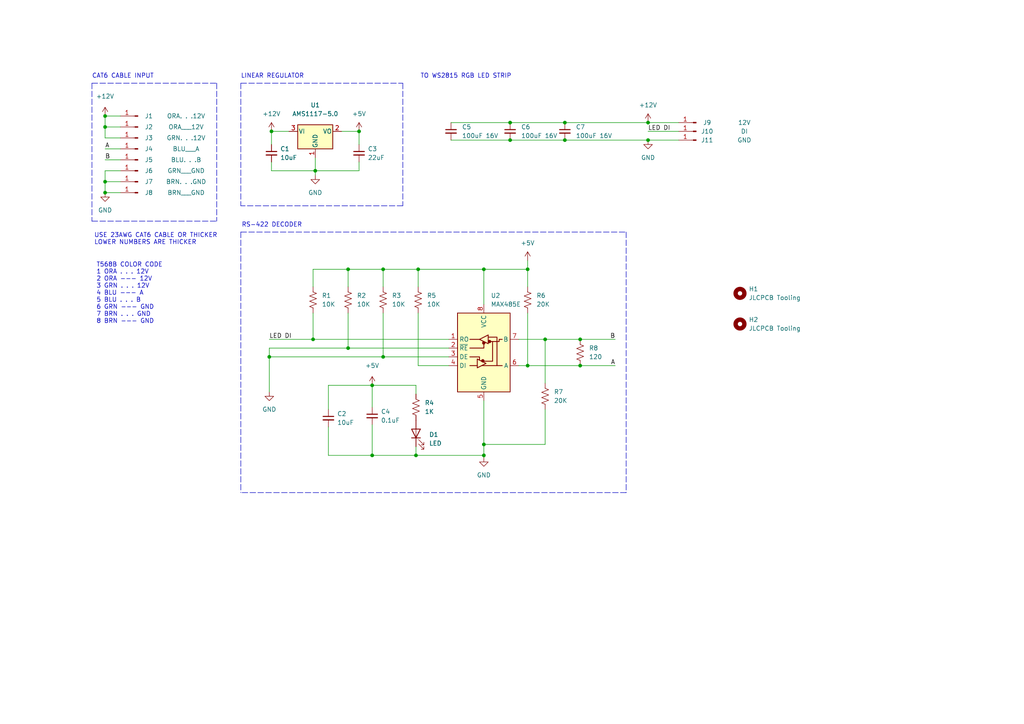
<source format=kicad_sch>
(kicad_sch (version 20211123) (generator eeschema)
  (paper "A4")
  (lib_symbols
    (symbol "Connector:Conn_01x01_Male" (pin_names (offset 1.016) hide)
      (property "Reference" "J" (at 0 2.54 0))
      (property "Value" "Conn_01x01_Male" (at 0 -2.54 0))
      (symbol "Conn_01x01_Male_1_1"
        (polyline (pts (xy 1.27 0) (xy 0.8636 0)) (stroke (width 0.1524)))
        (rectangle (start 0.8636 0.127) (end 0 -0.127) (stroke (width 0.1524)) (fill (type outline)))
        (pin passive line (at 5.08 0 180) (length 3.81) (name "Pin_1") (number "1"))
      )
    )
    (symbol "Device:C_Small" (pin_numbers hide) (pin_names (offset 0.254) hide)
      (property "Reference" "C" (at 0.254 1.778 0))
      (property "Value" "C_Small" (at 0.254 -2.032 0))
      (symbol "C_Small_0_1"
        (polyline (pts (xy -1.524 -0.508) (xy 1.524 -0.508)) (stroke (width 0.3302)))
        (polyline (pts (xy -1.524 0.508) (xy 1.524 0.508)) (stroke (width 0.3048)))
      )
      (symbol "C_Small_1_1"
        (pin passive line (at 0 2.54 270) (length 2.032) (name "~") (number "1"))
        (pin passive line (at 0 -2.54 90) (length 2.032) (name "~") (number "2"))
      )
    )
    (symbol "Device:LED" (pin_numbers hide) (pin_names (offset 1.016) hide)
      (property "Reference" "D" (at 0 2.54 0))
      (property "Value" "LED" (at 0 -2.54 0))
      (symbol "LED_0_1"
        (polyline (pts (xy -1.27 -1.27) (xy -1.27 1.27)) (stroke (width 0.254)))
        (polyline (pts (xy -1.27 0) (xy 1.27 0)))
        (polyline (pts (xy 1.27 -1.27) (xy 1.27 1.27) (xy -1.27 0) (xy 1.27 -1.27)) (stroke (width 0.254)))
        (polyline (pts (xy -3.048 -0.762) (xy -4.572 -2.286) (xy -3.81 -2.286) (xy -4.572 -2.286) (xy -4.572 -1.524)))
        (polyline (pts (xy -1.778 -0.762) (xy -3.302 -2.286) (xy -2.54 -2.286) (xy -3.302 -2.286) (xy -3.302 -1.524)))
      )
      (symbol "LED_1_1"
        (pin passive line (at -3.81 0 0) (length 2.54) (name "K") (number "1"))
        (pin passive line (at 3.81 0 180) (length 2.54) (name "A") (number "2"))
      )
    )
    (symbol "Device:R_US" (pin_numbers hide) (pin_names (offset 0))
      (property "Reference" "R" (at 2.54 0 90))
      (property "Value" "R_US" (at -2.54 0 90))
      (symbol "R_US_0_1"
        (polyline (pts (xy 0 -2.286) (xy 0 -2.54)))
        (polyline (pts (xy 0 2.286) (xy 0 2.54)))
        (polyline (pts (xy 0 -0.762) (xy 1.016 -1.143) (xy 0 -1.524) (xy -1.016 -1.905) (xy 0 -2.286)))
        (polyline (pts (xy 0 0.762) (xy 1.016 0.381) (xy 0 0) (xy -1.016 -0.381) (xy 0 -0.762)))
        (polyline (pts (xy 0 2.286) (xy 1.016 1.905) (xy 0 1.524) (xy -1.016 1.143) (xy 0 0.762)))
      )
      (symbol "R_US_1_1"
        (pin passive line (at 0 3.81 270) (length 1.27) (name "~") (number "1"))
        (pin passive line (at 0 -3.81 90) (length 1.27) (name "~") (number "2"))
      )
    )
    (symbol "Interface_UART:MAX485E"
      (property "Reference" "U" (at -6.096 11.43 0))
      (property "Value" "MAX485E" (at 0.762 11.43 0))
      (symbol "MAX485E_0_1"
        (rectangle (start -7.62 10.16) (end 7.62 -12.7) (stroke (width 0.254)) (fill (type background)))
        (circle (center -0.3048 -3.683) (radius 0.3556) (stroke (width 0.254)) (fill (type outline)))
        (circle (center -0.0254 1.4986) (radius 0.3556) (stroke (width 0.254)) (fill (type outline)))
        (polyline (pts (xy -4.064 -5.08) (xy -1.905 -5.08)) (stroke (width 0.254)))
        (polyline (pts (xy -4.064 2.54) (xy -1.27 2.54)) (stroke (width 0.254)))
        (polyline (pts (xy -1.27 -3.2004) (xy -1.27 -3.4544)) (stroke (width 0.254)))
        (polyline (pts (xy -0.635 -5.08) (xy 5.334 -5.08)) (stroke (width 0.254)))
        (polyline (pts (xy -4.064 -2.54) (xy -1.27 -2.54) (xy -1.27 -3.175)) (stroke (width 0.254)))
        (polyline (pts (xy 0 1.27) (xy 0 0) (xy -4.064 0)) (stroke (width 0.254)))
        (polyline (pts (xy 1.27 3.175) (xy 3.81 3.175) (xy 3.81 -5.08)) (stroke (width 0.254)))
        (polyline (pts (xy 2.54 1.905) (xy 2.54 -3.81) (xy 0 -3.81)) (stroke (width 0.254)))
        (polyline (pts (xy -1.905 -3.175) (xy -1.905 -5.715) (xy 0.635 -4.445) (xy -1.905 -3.175)) (stroke (width 0.254)))
        (polyline (pts (xy -1.27 2.54) (xy 1.27 3.81) (xy 1.27 1.27) (xy -1.27 2.54)) (stroke (width 0.254)))
        (polyline (pts (xy 1.905 1.905) (xy 4.445 1.905) (xy 4.445 2.54) (xy 5.334 2.54)) (stroke (width 0.254)))
        (rectangle (start 1.27 3.175) (end 1.27 3.175))
        (circle (center 1.651 1.905) (radius 0.3556) (stroke (width 0.254)) (fill (type outline)))
      )
      (symbol "MAX485E_1_1"
        (pin output line (at -10.16 2.54 0) (length 2.54) (name "RO") (number "1"))
        (pin input line (at -10.16 0 0) (length 2.54) (name "~{RE}") (number "2"))
        (pin input line (at -10.16 -2.54 0) (length 2.54) (name "DE") (number "3"))
        (pin input line (at -10.16 -5.08 0) (length 2.54) (name "DI") (number "4"))
        (pin power_in line (at 0 -15.24 90) (length 2.54) (name "GND") (number "5"))
        (pin bidirectional line (at 10.16 -5.08 180) (length 2.54) (name "A") (number "6"))
        (pin bidirectional line (at 10.16 2.54 180) (length 2.54) (name "B") (number "7"))
        (pin power_in line (at 0 12.7 270) (length 2.54) (name "VCC") (number "8"))
      )
    )
    (symbol "Mechanical:MountingHole" (pin_names (offset 1.016))
      (property "Reference" "H" (at 0 5.08 0))
      (property "Value" "MountingHole" (at 0 3.175 0))
      (symbol "MountingHole_0_1"
        (circle (center 0 0) (radius 1.27) (stroke (width 1.27)))
      )
    )
    (symbol "Regulator_Linear:AMS1117-5.0" (pin_names (offset 0.254))
      (property "Reference" "U" (at -3.81 3.175 0))
      (property "Value" "AMS1117-5.0" (at 0 3.175 0))
      (symbol "AMS1117-5.0_0_1"
        (rectangle (start -5.08 -5.08) (end 5.08 1.905) (stroke (width 0.254)) (fill (type background)))
      )
      (symbol "AMS1117-5.0_1_1"
        (pin power_in line (at 0 -7.62 90) (length 2.54) (name "GND") (number "1"))
        (pin power_out line (at 7.62 0 180) (length 2.54) (name "VO") (number "2"))
        (pin power_in line (at -7.62 0 0) (length 2.54) (name "VI") (number "3"))
      )
    )
    (symbol "power:+12V" (power) (pin_names (offset 0))
      (property "Value" "+12V" (at 0 3.556 0))
      (symbol "+12V_0_1"
        (polyline (pts (xy -0.762 1.27) (xy 0 2.54)))
        (polyline (pts (xy 0 0) (xy 0 2.54)))
        (polyline (pts (xy 0 2.54) (xy 0.762 1.27)))
      )
      (symbol "+12V_1_1"
        (pin power_in line (at 0 0 90) (length 0) hide (name "+12V") (number "1"))
      )
    )
    (symbol "power:+5V" (power) (pin_names (offset 0))
      (property "Value" "+5V" (at 0 3.556 0))
      (symbol "+5V_0_1"
        (polyline (pts (xy -0.762 1.27) (xy 0 2.54)))
        (polyline (pts (xy 0 0) (xy 0 2.54)))
        (polyline (pts (xy 0 2.54) (xy 0.762 1.27)))
      )
      (symbol "+5V_1_1"
        (pin power_in line (at 0 0 90) (length 0) hide (name "+5V") (number "1"))
      )
    )
    (symbol "power:GND" (power) (pin_names (offset 0))
      (property "Value" "GND" (at 0 -3.81 0))
      (symbol "GND_0_1"
        (polyline (pts (xy 0 0) (xy 0 -1.27) (xy 1.27 -1.27) (xy 0 -2.54) (xy -1.27 -1.27) (xy 0 -1.27)))
      )
      (symbol "GND_1_1"
        (pin power_in line (at 0 0 270) (length 0) hide (name "GND") (number "1"))
      )
    )
  )
  (junction (at 163.83 40.64))
  (junction (at 91.44 49.53))
  (junction (at 153.035 78.105))
  (junction (at 90.805 98.425))
  (junction (at 111.125 103.505))
  (junction (at 120.65 132.08))
  (junction (at 78.74 38.1))
  (junction (at 140.335 78.105))
  (junction (at 30.48 36.83))
  (junction (at 111.125 78.105))
  (junction (at 30.48 55.88))
  (junction (at 121.285 78.105))
  (junction (at 153.035 106.045))
  (junction (at 30.48 33.655))
  (junction (at 147.955 40.64))
  (junction (at 140.335 128.905))
  (junction (at 100.965 78.105))
  (junction (at 78.105 103.505))
  (junction (at 158.115 98.425))
  (junction (at 147.955 35.56))
  (junction (at 100.965 100.965))
  (junction (at 140.335 132.08))
  (junction (at 107.95 111.76))
  (junction (at 104.14 38.1))
  (junction (at 168.275 106.045))
  (junction (at 163.83 35.56))
  (junction (at 107.95 132.08))
  (junction (at 30.48 52.705))
  (junction (at 168.275 98.425))
  (junction (at 187.96 40.64))
  (junction (at 187.96 35.56))
  (wire (pts (xy 30.48 36.83) (xy 30.48 33.655)))
  (wire (pts (xy 158.115 98.425) (xy 158.115 111.125)))
  (wire (pts (xy 30.48 33.655) (xy 34.925 33.655)))
  (wire (pts (xy 34.925 36.83) (xy 30.48 36.83)))
  (wire (pts (xy 78.74 38.1) (xy 78.74 41.91)))
  (wire (pts (xy 111.125 90.805) (xy 111.125 103.505)))
  (wire (pts (xy 34.925 49.53) (xy 30.48 49.53)))
  (polyline (pts (xy 181.61 67.31) (xy 181.61 142.875)))
  (polyline (pts (xy 26.67 64.135) (xy 62.865 64.135)))
  (wire (pts (xy 163.83 35.56) (xy 187.96 35.56)))
  (wire (pts (xy 120.65 111.76) (xy 107.95 111.76)))
  (wire (pts (xy 78.105 100.965) (xy 78.105 103.505)))
  (wire (pts (xy 78.105 103.505) (xy 78.105 113.665)))
  (wire (pts (xy 100.965 78.105) (xy 90.805 78.105)))
  (wire (pts (xy 95.25 132.08) (xy 107.95 132.08)))
  (wire (pts (xy 147.955 40.64) (xy 163.83 40.64)))
  (wire (pts (xy 95.25 111.76) (xy 95.25 118.745)))
  (wire (pts (xy 90.805 78.105) (xy 90.805 83.185)))
  (polyline (pts (xy 69.85 24.13) (xy 116.84 24.13)))
  (wire (pts (xy 158.115 128.905) (xy 140.335 128.905)))
  (wire (pts (xy 34.925 40.005) (xy 30.48 40.005)))
  (wire (pts (xy 30.48 46.355) (xy 34.925 46.355)))
  (wire (pts (xy 30.48 43.18) (xy 34.925 43.18)))
  (wire (pts (xy 100.965 90.805) (xy 100.965 100.965)))
  (wire (pts (xy 140.335 116.205) (xy 140.335 128.905)))
  (wire (pts (xy 78.105 103.505) (xy 111.125 103.505)))
  (wire (pts (xy 91.44 49.53) (xy 91.44 50.8)))
  (wire (pts (xy 120.65 129.54) (xy 120.65 132.08)))
  (wire (pts (xy 158.115 118.745) (xy 158.115 128.905)))
  (polyline (pts (xy 69.85 24.13) (xy 69.85 59.69)))
  (wire (pts (xy 107.95 123.19) (xy 107.95 132.08)))
  (wire (pts (xy 153.035 78.105) (xy 140.335 78.105)))
  (wire (pts (xy 107.95 132.08) (xy 120.65 132.08)))
  (wire (pts (xy 140.335 78.105) (xy 140.335 88.265)))
  (wire (pts (xy 168.275 106.045) (xy 178.435 106.045)))
  (polyline (pts (xy 26.67 24.13) (xy 62.865 24.13)))
  (wire (pts (xy 120.65 114.3) (xy 120.65 111.76)))
  (polyline (pts (xy 26.67 24.13) (xy 26.67 64.135)))
  (wire (pts (xy 121.285 90.805) (xy 121.285 106.045)))
  (wire (pts (xy 30.48 40.005) (xy 30.48 36.83)))
  (wire (pts (xy 140.335 128.905) (xy 140.335 132.08)))
  (wire (pts (xy 153.035 78.105) (xy 153.035 83.185)))
  (wire (pts (xy 100.965 78.105) (xy 100.965 83.185)))
  (wire (pts (xy 95.25 123.825) (xy 95.25 132.08)))
  (wire (pts (xy 78.74 49.53) (xy 91.44 49.53)))
  (wire (pts (xy 99.06 38.1) (xy 104.14 38.1)))
  (wire (pts (xy 100.965 100.965) (xy 78.105 100.965)))
  (wire (pts (xy 104.14 46.99) (xy 104.14 49.53)))
  (wire (pts (xy 150.495 106.045) (xy 153.035 106.045)))
  (polyline (pts (xy 69.85 67.31) (xy 181.61 67.31)))
  (wire (pts (xy 140.335 78.105) (xy 121.285 78.105)))
  (wire (pts (xy 153.035 90.805) (xy 153.035 106.045)))
  (polyline (pts (xy 181.61 142.875) (xy 69.85 142.875)))
  (wire (pts (xy 90.805 90.805) (xy 90.805 98.425)))
  (wire (pts (xy 187.96 40.64) (xy 196.85 40.64)))
  (polyline (pts (xy 116.84 59.69) (xy 69.85 59.69)))
  (wire (pts (xy 107.95 111.76) (xy 95.25 111.76)))
  (wire (pts (xy 130.175 100.965) (xy 100.965 100.965)))
  (wire (pts (xy 90.805 98.425) (xy 130.175 98.425)))
  (wire (pts (xy 187.96 38.1) (xy 196.85 38.1)))
  (polyline (pts (xy 69.85 67.31) (xy 69.85 142.875)))
  (wire (pts (xy 111.125 78.105) (xy 111.125 83.185)))
  (wire (pts (xy 78.105 98.425) (xy 90.805 98.425)))
  (wire (pts (xy 153.035 75.565) (xy 153.035 78.105)))
  (wire (pts (xy 30.48 52.705) (xy 30.48 55.88)))
  (wire (pts (xy 91.44 45.72) (xy 91.44 49.53)))
  (wire (pts (xy 130.81 40.64) (xy 147.955 40.64)))
  (polyline (pts (xy 62.865 24.13) (xy 62.865 64.135)))
  (wire (pts (xy 121.285 78.105) (xy 111.125 78.105)))
  (wire (pts (xy 78.74 49.53) (xy 78.74 46.99)))
  (wire (pts (xy 91.44 49.53) (xy 104.14 49.53)))
  (wire (pts (xy 104.14 38.1) (xy 104.14 41.91)))
  (wire (pts (xy 147.955 35.56) (xy 163.83 35.56)))
  (wire (pts (xy 187.96 35.56) (xy 196.85 35.56)))
  (wire (pts (xy 168.275 98.425) (xy 178.435 98.425)))
  (wire (pts (xy 163.83 40.64) (xy 187.96 40.64)))
  (wire (pts (xy 107.95 111.76) (xy 107.95 118.11)))
  (wire (pts (xy 158.115 98.425) (xy 168.275 98.425)))
  (wire (pts (xy 78.74 38.1) (xy 83.82 38.1)))
  (wire (pts (xy 111.125 103.505) (xy 130.175 103.505)))
  (wire (pts (xy 120.65 132.08) (xy 140.335 132.08)))
  (polyline (pts (xy 116.84 24.13) (xy 116.84 59.69)))
  (wire (pts (xy 111.125 78.105) (xy 100.965 78.105)))
  (wire (pts (xy 30.48 49.53) (xy 30.48 52.705)))
  (wire (pts (xy 140.335 132.08) (xy 140.335 132.715)))
  (wire (pts (xy 121.285 106.045) (xy 130.175 106.045)))
  (wire (pts (xy 130.81 35.56) (xy 147.955 35.56)))
  (wire (pts (xy 153.035 106.045) (xy 168.275 106.045)))
  (wire (pts (xy 34.925 52.705) (xy 30.48 52.705)))
  (wire (pts (xy 121.285 78.105) (xy 121.285 83.185)))
  (wire (pts (xy 150.495 98.425) (xy 158.115 98.425)))
  (wire (pts (xy 30.48 55.88) (xy 34.925 55.88)))
  (text "TO WS2815 RGB LED STRIP" (at 121.92 22.86 0) (effects (font (size 1.27 1.27)) (justify left bottom)))
  (text "CAT6 CABLE INPUT" (at 26.67 22.86 0) (effects (font (size 1.27 1.27)) (justify left bottom)))
  (text "LINEAR REGULATOR" (at 69.85 22.86 0) (effects (font (size 1.27 1.27)) (justify left bottom)))
  (text "T568B COLOR CODE\n1 ORA . . . 12V\n2 ORA --- 12V\n3 GRN . . . 12V\n4 BLU --- A\n5 BLU . . . B\n6 GRN --- GND\n7 BRN . . . GND\n8 BRN --- GND" (at 27.94 93.98 0) (effects (font (size 1.27 1.27)) (justify left bottom)))
  (text "RS-422 DECODER" (at 87.63 66.04 180) (effects (font (size 1.27 1.27)) (justify right bottom)))
  (text "USE 23AWG CAT6 CABLE OR THICKER\nLOWER NUMBERS ARE THICKER" (at 27.305 71.12 0) (effects (font (size 1.27 1.27)) (justify left bottom)))
  (label "B" (at 30.48 46.355 0))
  (label "A" (at 178.435 106.045 180))
  (label "A" (at 30.48 43.18 0))
  (label "LED DI" (at 78.105 98.425 0))
  (label "B" (at 178.435 98.425 180))
  (label "LED DI" (at 187.96 38.1 0))
  (symbol (lib_id "Device:C_Small") (at 130.81 38.1 0) (unit 1)
    (property "Reference" "C5" (at 133.985 36.8362 0) (effects (justify left)))
    (property "Value" "100uF 16V" (at 133.985 39.3762 0) (effects (justify left)))
    (property "Footprint" "Capacitor_SMD:C_1210_3225Metric" (effects hide))
    (property "JLCPCB" "C90143" (effects hide))
  )
  (symbol (lib_id "Regulator_Linear:AMS1117-5.0") (at 91.44 38.1 0) (unit 1)
    (property "Reference" "U1" (at 91.44 30.48 0))
    (property "Value" "AMS1117-5.0" (at 91.44 33.02 0))
    (property "Footprint" "Package_TO_SOT_SMD:SOT-223-3_TabPin2" (effects hide))
    (property "Datasheet" "http://www.advanced-monolithic.com/pdf/ds1117.pdf" (effects hide))
    (property "JLCPCB" "C6187" (effects hide))
  )
  (symbol (lib_id "power:GND") (at 30.48 55.88 0) (unit 1)
    (property "Reference" "#PWR02" (effects hide))
    (property "Value" "GND" (at 30.48 60.96 0))
  )
  (symbol (lib_id "Connector:Conn_01x01_Male") (at 40.005 52.705 180) (unit 1)
    (property "Reference" "J7" (at 43.18 52.705 0))
    (property "Value" "BRN. . .GND" (at 53.975 52.705 0))
    (property "Footprint" "Connector_Wire:SolderWire-0.25sqmm_1x01_D0.65mm_OD1.7mm" (effects hide))
  )
  (symbol (lib_id "Connector:Conn_01x01_Male") (at 40.005 49.53 180) (unit 1)
    (property "Reference" "J6" (at 43.18 49.53 0))
    (property "Value" "GRN___GND" (at 53.975 49.53 0))
    (property "Footprint" "Connector_Wire:SolderWire-0.25sqmm_1x01_D0.65mm_OD1.7mm" (effects hide))
  )
  (symbol (lib_id "Mechanical:MountingHole") (at 214.63 93.98 0) (unit 1)
    (property "Reference" "H2" (at 217.17 92.7099 0) (effects (justify left)))
    (property "Value" "JLCPCB Tooling" (at 217.17 95.2499 0) (effects (justify left)))
    (property "Footprint" "Joels KiCad Footprint Library:JCLPCB_Tooling_Hole" (effects hide))
  )
  (symbol (lib_id "Connector:Conn_01x01_Male") (at 201.93 40.64 180) (unit 1)
    (property "Reference" "J11" (at 205.105 40.64 0))
    (property "Value" "GND" (at 215.9 40.64 0))
    (property "Footprint" "Connector_Wire:SolderWire-1sqmm_1x01_D1.4mm_OD2.7mm" (effects hide))
  )
  (symbol (lib_id "Device:R_US") (at 158.115 114.935 0) (unit 1)
    (property "Reference" "R7" (at 160.655 113.6649 0) (effects (justify left)))
    (property "Value" "20K" (at 160.655 116.2049 0) (effects (justify left)))
    (property "Footprint" "Resistor_SMD:R_0603_1608Metric" (effects hide))
    (property "JLCPCB" "C4184" (effects hide))
  )
  (symbol (lib_id "power:+12V") (at 30.48 33.655 0) (unit 1)
    (property "Reference" "#PWR01" (effects hide))
    (property "Value" "+12V" (at 30.48 27.94 0))
  )
  (symbol (lib_id "Device:C_Small") (at 95.25 121.285 0) (unit 1)
    (property "Reference" "C2" (at 97.79 120.0212 0) (effects (justify left)))
    (property "Value" "10uF" (at 97.79 122.5612 0) (effects (justify left)))
    (property "Footprint" "Capacitor_SMD:C_0805_2012Metric" (effects hide))
    (property "JLCPCB" "C15850" (effects hide))
  )
  (symbol (lib_id "power:+5V") (at 104.14 38.1 0) (unit 1)
    (property "Reference" "#PWR06" (effects hide))
    (property "Value" "+5V" (at 104.14 33.02 0))
  )
  (symbol (lib_id "Connector:Conn_01x01_Male") (at 40.005 46.355 180) (unit 1)
    (property "Reference" "J5" (at 43.18 46.355 0))
    (property "Value" "BLU. . .B" (at 53.975 46.355 0))
    (property "Footprint" "Connector_Wire:SolderWire-0.25sqmm_1x01_D0.65mm_OD1.7mm" (effects hide))
  )
  (symbol (lib_id "Device:C_Small") (at 107.95 120.65 0) (unit 1)
    (property "Reference" "C4" (at 110.49 119.3862 0) (effects (justify left)))
    (property "Value" "0.1uF" (at 110.49 121.9262 0) (effects (justify left)))
    (property "Footprint" "Capacitor_SMD:C_0402_1005Metric" (effects hide))
    (property "JLCPCB" "C1525" (effects hide))
  )
  (symbol (lib_id "Device:R_US") (at 111.125 86.995 0) (unit 1)
    (property "Reference" "R3" (at 113.665 85.7249 0) (effects (justify left)))
    (property "Value" "10K" (at 113.665 88.2649 0) (effects (justify left)))
    (property "Footprint" "Resistor_SMD:R_0603_1608Metric" (effects hide))
    (property "JLCPCB" "C25804" (effects hide))
  )
  (symbol (lib_id "Device:C_Small") (at 147.955 38.1 0) (unit 1)
    (property "Reference" "C6" (at 151.13 36.8362 0) (effects (justify left)))
    (property "Value" "100uF 16V" (at 151.13 39.3762 0) (effects (justify left)))
    (property "Footprint" "Capacitor_SMD:C_1210_3225Metric" (effects hide))
    (property "JLCPCB" "C90143" (effects hide))
  )
  (symbol (lib_id "Device:R_US") (at 121.285 86.995 0) (unit 1)
    (property "Reference" "R5" (at 123.825 85.7249 0) (effects (justify left)))
    (property "Value" "10K" (at 123.825 88.2649 0) (effects (justify left)))
    (property "Footprint" "Resistor_SMD:R_0603_1608Metric" (effects hide))
    (property "JLCPCB" "C25804" (effects hide))
  )
  (symbol (lib_id "Device:R_US") (at 100.965 86.995 0) (unit 1)
    (property "Reference" "R2" (at 103.505 85.7249 0) (effects (justify left)))
    (property "Value" "10K" (at 103.505 88.2649 0) (effects (justify left)))
    (property "Footprint" "Resistor_SMD:R_0603_1608Metric" (effects hide))
    (property "JLCPCB" "C25804" (effects hide))
  )
  (symbol (lib_id "Device:LED") (at 120.65 125.73 90) (unit 1)
    (property "Reference" "D1" (at 124.46 126.0474 90) (effects (justify right)))
    (property "Value" "LED" (at 124.46 128.5874 90) (effects (justify right)))
    (property "Footprint" "LED_SMD:LED_0805_2012Metric" (effects hide))
    (property "Datasheet" "https://datasheet.lcsc.com/lcsc/2008201032_Foshan-NationStar-Optoelectronics-NCD0805R1_C84256.pdf" (effects hide))
    (property "JLCPCB" "C84256" (effects hide))
  )
  (symbol (lib_id "Device:R_US") (at 168.275 102.235 0) (unit 1)
    (property "Reference" "R8" (at 170.815 100.9649 0) (effects (justify left)))
    (property "Value" "120" (at 170.815 103.5049 0) (effects (justify left)))
    (property "Footprint" "Resistor_SMD:R_0603_1608Metric" (effects hide))
    (property "JLCPCB" "C22787" (effects hide))
  )
  (symbol (lib_id "Connector:Conn_01x01_Male") (at 201.93 35.56 180) (unit 1)
    (property "Reference" "J9" (at 205.105 35.56 0))
    (property "Value" "12V" (at 215.9 35.56 0))
    (property "Footprint" "Connector_Wire:SolderWire-1sqmm_1x01_D1.4mm_OD2.7mm" (effects hide))
  )
  (symbol (lib_id "Connector:Conn_01x01_Male") (at 40.005 55.88 180) (unit 1)
    (property "Reference" "J8" (at 43.18 55.88 0))
    (property "Value" "BRN___GND" (at 53.975 55.88 0))
    (property "Footprint" "Connector_Wire:SolderWire-0.25sqmm_1x01_D0.65mm_OD1.7mm" (effects hide))
  )
  (symbol (lib_id "Device:C_Small") (at 104.14 44.45 0) (unit 1)
    (property "Reference" "C3" (at 106.68 43.1862 0) (effects (justify left)))
    (property "Value" "22uF" (at 106.68 45.7262 0) (effects (justify left)))
    (property "Footprint" "Capacitor_SMD:C_0805_2012Metric" (effects hide))
    (property "JLCPCB" "C45783" (effects hide))
  )
  (symbol (lib_id "power:+5V") (at 153.035 75.565 0) (unit 1)
    (property "Reference" "#PWR09" (effects hide))
    (property "Value" "+5V" (at 153.035 70.485 0))
  )
  (symbol (lib_id "Device:R_US") (at 90.805 86.995 0) (unit 1)
    (property "Reference" "R1" (at 93.345 85.7249 0) (effects (justify left)))
    (property "Value" "10K" (at 93.345 88.2649 0) (effects (justify left)))
    (property "Footprint" "Resistor_SMD:R_0603_1608Metric" (effects hide))
    (property "JLCPCB" "C25804" (effects hide))
  )
  (symbol (lib_id "Connector:Conn_01x01_Male") (at 201.93 38.1 180) (unit 1)
    (property "Reference" "J10" (at 205.105 38.1 0))
    (property "Value" "DI" (at 215.9 38.1 0))
    (property "Footprint" "Connector_Wire:SolderWire-1sqmm_1x01_D1.4mm_OD2.7mm" (effects hide))
  )
  (symbol (lib_id "Device:R_US") (at 153.035 86.995 0) (unit 1)
    (property "Reference" "R6" (at 155.575 85.7249 0) (effects (justify left)))
    (property "Value" "20K" (at 155.575 88.2649 0) (effects (justify left)))
    (property "Footprint" "Resistor_SMD:R_0603_1608Metric" (effects hide))
    (property "JLCPCB" "C4184" (effects hide))
  )
  (symbol (lib_id "Connector:Conn_01x01_Male") (at 40.005 43.18 180) (unit 1)
    (property "Reference" "J4" (at 43.18 43.18 0))
    (property "Value" "BLU___A" (at 53.975 43.18 0))
    (property "Footprint" "Connector_Wire:SolderWire-0.25sqmm_1x01_D0.65mm_OD1.7mm" (effects hide))
  )
  (symbol (lib_id "Connector:Conn_01x01_Male") (at 40.005 36.83 180) (unit 1)
    (property "Reference" "J2" (at 43.18 36.83 0))
    (property "Value" "ORA___12V" (at 53.975 36.83 0))
    (property "Footprint" "Connector_Wire:SolderWire-0.25sqmm_1x01_D0.65mm_OD1.7mm" (effects hide))
  )
  (symbol (lib_id "power:GND") (at 91.44 50.8 0) (unit 1)
    (property "Reference" "#PWR05" (effects hide))
    (property "Value" "GND" (at 91.44 55.88 0))
  )
  (symbol (lib_id "Interface_UART:MAX485E") (at 140.335 100.965 0) (unit 1)
    (property "Reference" "U2" (at 142.3544 85.725 0) (effects (justify left)))
    (property "Value" "MAX485E" (at 142.3544 88.265 0) (effects (justify left)))
    (property "Footprint" "Package_SO:SOIC-8_3.9x4.9mm_P1.27mm" (effects hide))
    (property "Datasheet" "https://datasheets.maximintegrated.com/en/ds/MAX1487E-MAX491E.pdf" (effects hide))
    (property "JLCPCB" "C19738" (effects hide))
  )
  (symbol (lib_id "Device:C_Small") (at 163.83 38.1 0) (unit 1)
    (property "Reference" "C7" (at 167.005 36.8362 0) (effects (justify left)))
    (property "Value" "100uF 16V" (at 167.005 39.3762 0) (effects (justify left)))
    (property "Footprint" "Capacitor_SMD:C_1210_3225Metric" (effects hide))
    (property "JLCPCB" "C90143" (effects hide))
  )
  (symbol (lib_id "power:GND") (at 140.335 132.715 0) (unit 1)
    (property "Reference" "#PWR08" (effects hide))
    (property "Value" "GND" (at 140.335 137.795 0))
  )
  (symbol (lib_id "power:+12V") (at 187.96 35.56 0) (unit 1)
    (property "Reference" "#PWR010" (effects hide))
    (property "Value" "+12V" (at 187.96 30.48 0))
  )
  (symbol (lib_id "power:+12V") (at 78.74 38.1 0) (unit 1)
    (property "Reference" "#PWR04" (effects hide))
    (property "Value" "+12V" (at 78.74 33.02 0))
  )
  (symbol (lib_id "power:GND") (at 78.105 113.665 0) (unit 1)
    (property "Reference" "#PWR03" (effects hide))
    (property "Value" "GND" (at 78.105 118.745 0))
  )
  (symbol (lib_id "Connector:Conn_01x01_Male") (at 40.005 33.655 180) (unit 1)
    (property "Reference" "J1" (at 43.18 33.655 0))
    (property "Value" "ORA. . .12V" (at 53.975 33.655 0))
    (property "Footprint" "Connector_Wire:SolderWire-0.25sqmm_1x01_D0.65mm_OD1.7mm" (effects hide))
  )
  (symbol (lib_id "Mechanical:MountingHole") (at 214.63 85.09 0) (unit 1)
    (property "Reference" "H1" (at 217.17 83.8199 0) (effects (justify left)))
    (property "Value" "JLCPCB Tooling" (at 217.17 86.3599 0) (effects (justify left)))
    (property "Footprint" "Joels KiCad Footprint Library:JCLPCB_Tooling_Hole" (effects hide))
  )
  (symbol (lib_id "Device:C_Small") (at 78.74 44.45 0) (unit 1)
    (property "Reference" "C1" (at 81.28 43.1862 0) (effects (justify left)))
    (property "Value" "10uF" (at 81.28 45.7262 0) (effects (justify left)))
    (property "Footprint" "Capacitor_SMD:C_0805_2012Metric" (effects hide))
    (property "JLCPCB" "C15850" (effects hide))
  )
  (symbol (lib_id "power:GND") (at 187.96 40.64 0) (unit 1)
    (property "Reference" "#PWR011" (effects hide))
    (property "Value" "GND" (at 187.96 45.72 0))
  )
  (symbol (lib_id "Connector:Conn_01x01_Male") (at 40.005 40.005 180) (unit 1)
    (property "Reference" "J3" (at 43.18 40.005 0))
    (property "Value" "GRN. . .12V" (at 53.975 40.005 0))
    (property "Footprint" "Connector_Wire:SolderWire-0.25sqmm_1x01_D0.65mm_OD1.7mm" (effects hide))
  )
  (symbol (lib_id "power:+5V") (at 107.95 111.76 0) (unit 1)
    (property "Reference" "#PWR07" (effects hide))
    (property "Value" "+5V" (at 107.95 106.045 0))
  )
  (symbol (lib_id "Device:R_US") (at 120.65 118.11 0) (unit 1)
    (property "Reference" "R4" (at 123.19 116.8399 0) (effects (justify left)))
    (property "Value" "1K" (at 123.19 119.3799 0) (effects (justify left)))
    (property "Footprint" "Resistor_SMD:R_0603_1608Metric" (effects hide))
    (property "JLCPCB" "C21190" (effects hide))
  )
)
</source>
